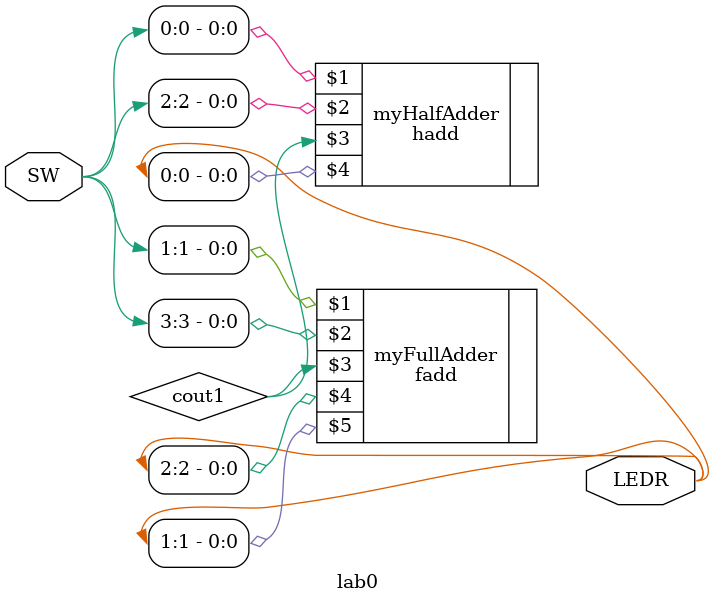
<source format=v>
module lab0(SW,LEDR);
input [3:0]SW;     // add SW[0] and SW[1] are inputs
output [2:0]LEDR;  // LED's are outputs 

wire cout1;

// create a two bit adder, a half adder and a full adder
	hadd myHalfAdder(SW[0], SW[2], cout1, LEDR[0]);			// Add low bits
	fadd myFullAdder(SW[1], SW[3], cout1, LEDR[2], LEDR[1]);// Add high bits

endmodule
</source>
